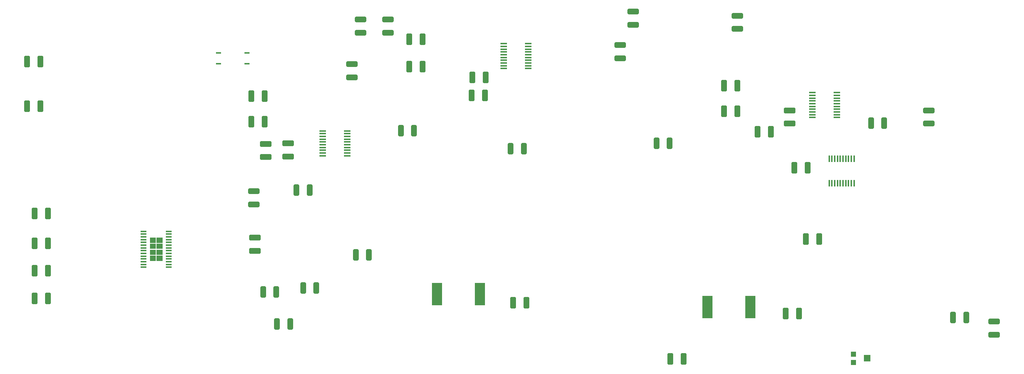
<source format=gbr>
%TF.GenerationSoftware,KiCad,Pcbnew,8.0.2*%
%TF.CreationDate,2024-07-21T10:42:16-04:00*%
%TF.ProjectId,electrical_design_hvac_v2,656c6563-7472-4696-9361-6c5f64657369,rev?*%
%TF.SameCoordinates,Original*%
%TF.FileFunction,Paste,Top*%
%TF.FilePolarity,Positive*%
%FSLAX46Y46*%
G04 Gerber Fmt 4.6, Leading zero omitted, Abs format (unit mm)*
G04 Created by KiCad (PCBNEW 8.0.2) date 2024-07-21 10:42:16*
%MOMM*%
%LPD*%
G01*
G04 APERTURE LIST*
G04 Aperture macros list*
%AMRoundRect*
0 Rectangle with rounded corners*
0 $1 Rounding radius*
0 $2 $3 $4 $5 $6 $7 $8 $9 X,Y pos of 4 corners*
0 Add a 4 corners polygon primitive as box body*
4,1,4,$2,$3,$4,$5,$6,$7,$8,$9,$2,$3,0*
0 Add four circle primitives for the rounded corners*
1,1,$1+$1,$2,$3*
1,1,$1+$1,$4,$5*
1,1,$1+$1,$6,$7*
1,1,$1+$1,$8,$9*
0 Add four rect primitives between the rounded corners*
20,1,$1+$1,$2,$3,$4,$5,0*
20,1,$1+$1,$4,$5,$6,$7,0*
20,1,$1+$1,$6,$7,$8,$9,0*
20,1,$1+$1,$8,$9,$2,$3,0*%
G04 Aperture macros list end*
%ADD10C,0.000000*%
%ADD11RoundRect,0.051250X0.153750X-0.733750X0.153750X0.733750X-0.153750X0.733750X-0.153750X-0.733750X0*%
%ADD12RoundRect,0.051250X-0.728750X-0.153750X0.728750X-0.153750X0.728750X0.153750X-0.728750X0.153750X0*%
%ADD13R,2.413000X5.207000*%
%ADD14RoundRect,0.250000X-1.100000X0.412500X-1.100000X-0.412500X1.100000X-0.412500X1.100000X0.412500X0*%
%ADD15RoundRect,0.250000X1.075000X-0.400000X1.075000X0.400000X-1.075000X0.400000X-1.075000X-0.400000X0*%
%ADD16RoundRect,0.250000X0.412500X1.100000X-0.412500X1.100000X-0.412500X-1.100000X0.412500X-1.100000X0*%
%ADD17RoundRect,0.250000X0.400000X1.075000X-0.400000X1.075000X-0.400000X-1.075000X0.400000X-1.075000X0*%
%ADD18RoundRect,0.250000X1.100000X-0.412500X1.100000X0.412500X-1.100000X0.412500X-1.100000X-0.412500X0*%
%ADD19RoundRect,0.250000X-0.400000X-1.075000X0.400000X-1.075000X0.400000X1.075000X-0.400000X1.075000X0*%
%ADD20RoundRect,0.250000X-0.412500X-1.100000X0.412500X-1.100000X0.412500X1.100000X-0.412500X1.100000X0*%
%ADD21R,1.409700X0.355600*%
%ADD22R,1.219200X0.457200*%
%ADD23R,1.200000X1.200000*%
%ADD24R,1.500000X1.600000*%
G04 APERTURE END LIST*
D10*
%TO.C,U5*%
G36*
X58947250Y-111915377D02*
G01*
X57572450Y-111915377D01*
X57572450Y-110705677D01*
X58947250Y-110705677D01*
X58947250Y-111915377D01*
G37*
G36*
X58947250Y-113325077D02*
G01*
X57572450Y-113325077D01*
X57572450Y-112115377D01*
X58947250Y-112115377D01*
X58947250Y-113325077D01*
G37*
G36*
X58947250Y-114734777D02*
G01*
X57572450Y-114734777D01*
X57572450Y-113525077D01*
X58947250Y-113525077D01*
X58947250Y-114734777D01*
G37*
G36*
X58947250Y-116144477D02*
G01*
X57572450Y-116144477D01*
X57572450Y-114934777D01*
X58947250Y-114934777D01*
X58947250Y-116144477D01*
G37*
G36*
X60522050Y-111915377D02*
G01*
X59147250Y-111915377D01*
X59147250Y-110705677D01*
X60522050Y-110705677D01*
X60522050Y-111915377D01*
G37*
G36*
X60522050Y-113325077D02*
G01*
X59147250Y-113325077D01*
X59147250Y-112115377D01*
X60522050Y-112115377D01*
X60522050Y-113325077D01*
G37*
G36*
X60522050Y-114734777D02*
G01*
X59147250Y-114734777D01*
X59147250Y-113525077D01*
X60522050Y-113525077D01*
X60522050Y-114734777D01*
G37*
G36*
X60522050Y-116144477D02*
G01*
X59147250Y-116144477D01*
X59147250Y-114934777D01*
X60522050Y-114934777D01*
X60522050Y-116144477D01*
G37*
%TD*%
D11*
%TO.C,U4*%
X217075000Y-97870000D03*
X217725000Y-97870000D03*
X218375000Y-97870000D03*
X219025000Y-97870000D03*
X219675000Y-97870000D03*
X220325000Y-97870000D03*
X220975000Y-97870000D03*
X221625000Y-97870000D03*
X222275000Y-97870000D03*
X222925000Y-97870000D03*
X222925000Y-92130000D03*
X222275000Y-92130000D03*
X221625000Y-92130000D03*
X220975000Y-92130000D03*
X220325000Y-92130000D03*
X219675000Y-92130000D03*
X219025000Y-92130000D03*
X218375000Y-92130000D03*
X217725000Y-92130000D03*
X217075000Y-92130000D03*
%TD*%
D12*
%TO.C,U3*%
X213120000Y-76575000D03*
X213120000Y-77225000D03*
X213120000Y-77875000D03*
X213120000Y-78525000D03*
X213120000Y-79175000D03*
X213120000Y-79825000D03*
X213120000Y-80475000D03*
X213120000Y-81125000D03*
X213120000Y-81775000D03*
X213120000Y-82425000D03*
X218880000Y-82425000D03*
X218880000Y-81775000D03*
X218880000Y-81125000D03*
X218880000Y-80475000D03*
X218880000Y-79825000D03*
X218880000Y-79175000D03*
X218880000Y-78525000D03*
X218880000Y-77875000D03*
X218880000Y-77225000D03*
X218880000Y-76575000D03*
%TD*%
%TO.C,U1*%
X140620000Y-65075000D03*
X140620000Y-65725000D03*
X140620000Y-66375000D03*
X140620000Y-67025000D03*
X140620000Y-67675000D03*
X140620000Y-68325000D03*
X140620000Y-68975000D03*
X140620000Y-69625000D03*
X140620000Y-70275000D03*
X140620000Y-70925000D03*
X146380000Y-70925000D03*
X146380000Y-70275000D03*
X146380000Y-69625000D03*
X146380000Y-68975000D03*
X146380000Y-68325000D03*
X146380000Y-67675000D03*
X146380000Y-67025000D03*
X146380000Y-66375000D03*
X146380000Y-65725000D03*
X146380000Y-65075000D03*
%TD*%
%TO.C,U6*%
X98120000Y-85575000D03*
X98120000Y-86225000D03*
X98120000Y-86875000D03*
X98120000Y-87525000D03*
X98120000Y-88175000D03*
X98120000Y-88825000D03*
X98120000Y-89475000D03*
X98120000Y-90125000D03*
X98120000Y-90775000D03*
X98120000Y-91425000D03*
X103880000Y-91425000D03*
X103880000Y-90775000D03*
X103880000Y-90125000D03*
X103880000Y-89475000D03*
X103880000Y-88825000D03*
X103880000Y-88175000D03*
X103880000Y-87525000D03*
X103880000Y-86875000D03*
X103880000Y-86225000D03*
X103880000Y-85575000D03*
%TD*%
D13*
%TO.C,L2*%
X188458100Y-127000000D03*
X198541900Y-127000000D03*
%TD*%
%TO.C,L1*%
X124958100Y-124000000D03*
X135041900Y-124000000D03*
%TD*%
D14*
%TO.C,C15*%
X90000000Y-88500000D03*
X90000000Y-91625000D03*
%TD*%
D15*
%TO.C,R18*%
X113500000Y-62500000D03*
X113500000Y-59400000D03*
%TD*%
D16*
%TO.C,C23*%
X33625000Y-105000000D03*
X30500000Y-105000000D03*
%TD*%
D17*
%TO.C,R19*%
X249250000Y-129500000D03*
X246150000Y-129500000D03*
%TD*%
D16*
%TO.C,C5*%
X212000000Y-94250000D03*
X208875000Y-94250000D03*
%TD*%
D18*
%TO.C,C1*%
X82250000Y-113812500D03*
X82250000Y-110687500D03*
%TD*%
D15*
%TO.C,R20*%
X255750000Y-133500000D03*
X255750000Y-130400000D03*
%TD*%
%TO.C,R17*%
X107000000Y-62500000D03*
X107000000Y-59400000D03*
%TD*%
D19*
%TO.C,R12*%
X87400000Y-131000000D03*
X90500000Y-131000000D03*
%TD*%
D15*
%TO.C,R16*%
X195500000Y-61600000D03*
X195500000Y-58500000D03*
%TD*%
D16*
%TO.C,C12*%
X84500000Y-83440000D03*
X81375000Y-83440000D03*
%TD*%
D15*
%TO.C,R7*%
X171000000Y-60600000D03*
X171000000Y-57500000D03*
%TD*%
D17*
%TO.C,R8*%
X145350000Y-89750000D03*
X142250000Y-89750000D03*
%TD*%
%TO.C,R4*%
X119600000Y-85500000D03*
X116500000Y-85500000D03*
%TD*%
D14*
%TO.C,C16*%
X84749930Y-88625000D03*
X84749930Y-91750000D03*
%TD*%
D20*
%TO.C,C4*%
X142875000Y-126000000D03*
X146000000Y-126000000D03*
%TD*%
D16*
%TO.C,C22*%
X31875000Y-69250000D03*
X28750000Y-69250000D03*
%TD*%
D17*
%TO.C,R11*%
X96650000Y-122500000D03*
X93550000Y-122500000D03*
%TD*%
D21*
%TO.C,U5*%
X62000000Y-117649986D03*
X62000000Y-117000000D03*
X62000000Y-116350014D03*
X62000000Y-115700028D03*
X62000000Y-115050042D03*
X62000000Y-114400056D03*
X62000000Y-113750070D03*
X62000000Y-113100084D03*
X62000000Y-112450098D03*
X62000000Y-111800112D03*
X62000000Y-111150126D03*
X62000000Y-110500140D03*
X62000000Y-109850154D03*
X62000000Y-109200168D03*
X56094500Y-109200168D03*
X56094500Y-109850154D03*
X56094500Y-110500140D03*
X56094500Y-111150126D03*
X56094500Y-111800112D03*
X56094500Y-112450098D03*
X56094500Y-113100084D03*
X56094500Y-113750070D03*
X56094500Y-114400056D03*
X56094500Y-115050042D03*
X56094500Y-115700028D03*
X56094500Y-116350014D03*
X56094500Y-117000000D03*
X56094500Y-117649986D03*
%TD*%
D22*
%TO.C,Q2*%
X80340100Y-69770000D03*
X80340100Y-67230000D03*
X73659900Y-67230000D03*
X73659900Y-69770000D03*
%TD*%
D20*
%TO.C,C3*%
X206875000Y-128500000D03*
X210000000Y-128500000D03*
%TD*%
D16*
%TO.C,C9*%
X195500000Y-80940000D03*
X192375000Y-80940000D03*
%TD*%
D15*
%TO.C,R15*%
X82000000Y-102850000D03*
X82000000Y-99750000D03*
%TD*%
D16*
%TO.C,C14*%
X121625000Y-70500000D03*
X118500000Y-70500000D03*
%TD*%
D20*
%TO.C,C2*%
X179750000Y-139250000D03*
X182875000Y-139250000D03*
%TD*%
D19*
%TO.C,R10*%
X84150000Y-123500000D03*
X87250000Y-123500000D03*
%TD*%
D16*
%TO.C,C25*%
X33625000Y-118500000D03*
X30500000Y-118500000D03*
%TD*%
%TO.C,C11*%
X84500000Y-77440000D03*
X81375000Y-77440000D03*
%TD*%
%TO.C,C21*%
X31875000Y-79750000D03*
X28750000Y-79750000D03*
%TD*%
%TO.C,C6*%
X214687500Y-111000000D03*
X211562500Y-111000000D03*
%TD*%
D17*
%TO.C,R9*%
X179600000Y-88500000D03*
X176500000Y-88500000D03*
%TD*%
D16*
%TO.C,C10*%
X195500000Y-74940000D03*
X192375000Y-74940000D03*
%TD*%
D15*
%TO.C,R6*%
X105000000Y-73000000D03*
X105000000Y-69900000D03*
%TD*%
D19*
%TO.C,R2*%
X226900000Y-83750000D03*
X230000000Y-83750000D03*
%TD*%
%TO.C,R13*%
X92000000Y-99500000D03*
X95100000Y-99500000D03*
%TD*%
D20*
%TO.C,C8*%
X200250000Y-85750000D03*
X203375000Y-85750000D03*
%TD*%
D23*
%TO.C,R1*%
X222750000Y-138070000D03*
D24*
X226000000Y-139070000D03*
D23*
X222750000Y-140070000D03*
%TD*%
D14*
%TO.C,C7*%
X207750000Y-80750000D03*
X207750000Y-83875000D03*
%TD*%
D15*
%TO.C,R5*%
X168000000Y-68500000D03*
X168000000Y-65400000D03*
%TD*%
D16*
%TO.C,C18*%
X136250000Y-77250000D03*
X133125000Y-77250000D03*
%TD*%
D15*
%TO.C,R3*%
X240500000Y-83850000D03*
X240500000Y-80750000D03*
%TD*%
D16*
%TO.C,C19*%
X33625000Y-125000000D03*
X30500000Y-125000000D03*
%TD*%
D19*
%TO.C,R14*%
X105900000Y-114750070D03*
X109000000Y-114750070D03*
%TD*%
D16*
%TO.C,C24*%
X33625000Y-112000000D03*
X30500000Y-112000000D03*
%TD*%
%TO.C,C13*%
X121625000Y-64000000D03*
X118500000Y-64000000D03*
%TD*%
%TO.C,C17*%
X136375000Y-73000000D03*
X133250000Y-73000000D03*
%TD*%
M02*

</source>
